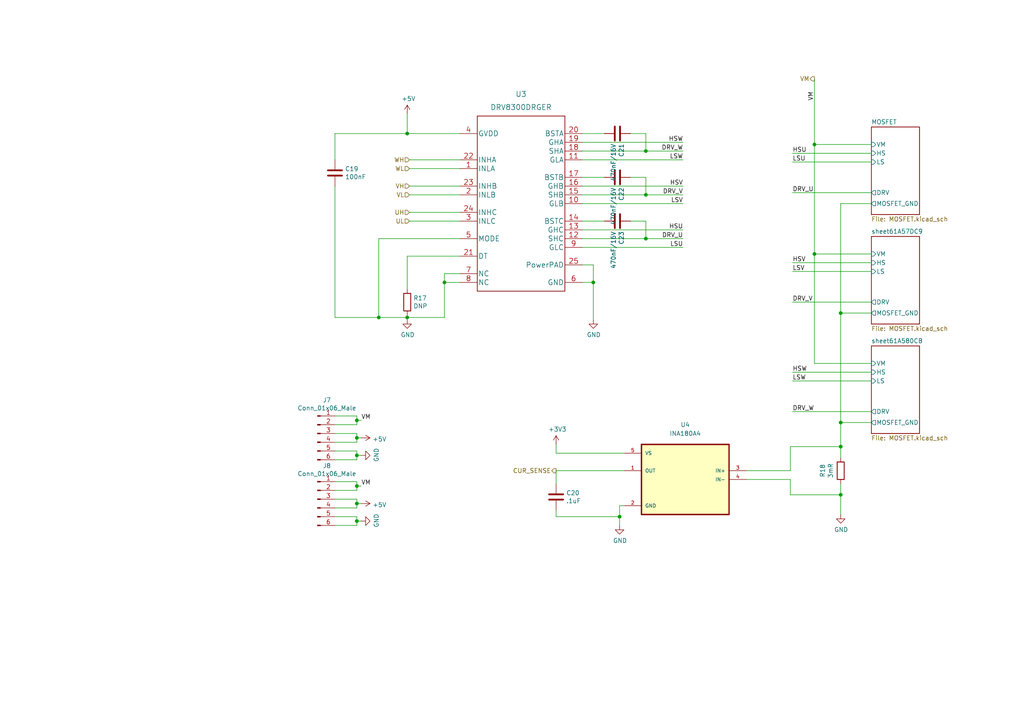
<source format=kicad_sch>
(kicad_sch (version 20211123) (generator eeschema)
  (paper "A4")
  (title_block (title "xESC BLDC Controller") (date "2021-12-01") (rev "2.0") (company "Clemens Elflein") (comment 1 "Creative Commons Attribution-NonCommercial-ShareAlike 4.0 International License.") (comment 2 "Licensed under "))
  (lib_symbols
    (symbol "Connector:Conn_01x06_Male" (pin_names (offset 1.016) hide)
      (property "Reference" "J" (at 0 7.62 0))
      (property "Value" "Conn_01x06_Male" (at 0 -10.16 0))
      (symbol "Conn_01x06_Male_1_1"
        (polyline (pts (xy 1.27 -7.62) (xy 0.8636 -7.62)) (stroke (width 0.1524)))
        (polyline (pts (xy 1.27 -5.08) (xy 0.8636 -5.08)) (stroke (width 0.1524)))
        (polyline (pts (xy 1.27 -2.54) (xy 0.8636 -2.54)) (stroke (width 0.1524)))
        (polyline (pts (xy 1.27 0) (xy 0.8636 0)) (stroke (width 0.1524)))
        (polyline (pts (xy 1.27 2.54) (xy 0.8636 2.54)) (stroke (width 0.1524)))
        (polyline (pts (xy 1.27 5.08) (xy 0.8636 5.08)) (stroke (width 0.1524)))
        (rectangle (start 0.8636 -7.493) (end 0 -7.747) (stroke (width 0.1524)) (fill (type outline)))
        (rectangle (start 0.8636 -4.953) (end 0 -5.207) (stroke (width 0.1524)) (fill (type outline)))
        (rectangle (start 0.8636 -2.413) (end 0 -2.667) (stroke (width 0.1524)) (fill (type outline)))
        (rectangle (start 0.8636 0.127) (end 0 -0.127) (stroke (width 0.1524)) (fill (type outline)))
        (rectangle (start 0.8636 2.667) (end 0 2.413) (stroke (width 0.1524)) (fill (type outline)))
        (rectangle (start 0.8636 5.207) (end 0 4.953) (stroke (width 0.1524)) (fill (type outline)))
        (pin passive line (at 5.08 5.08 180) (length 3.81) (name "Pin_1") (number "1"))
        (pin passive line (at 5.08 2.54 180) (length 3.81) (name "Pin_2") (number "2"))
        (pin passive line (at 5.08 0 180) (length 3.81) (name "Pin_3") (number "3"))
        (pin passive line (at 5.08 -2.54 180) (length 3.81) (name "Pin_4") (number "4"))
        (pin passive line (at 5.08 -5.08 180) (length 3.81) (name "Pin_5") (number "5"))
        (pin passive line (at 5.08 -7.62 180) (length 3.81) (name "Pin_6") (number "6"))
      )
    )
    (symbol "DRV8300:DRV8300DRGER" (pin_names (offset 0.254))
      (property "Reference" "U" (at 0 2.54 0))
      (property "Value" "DRV8300DRGER" (at 0 0 0))
      (symbol "DRV8300DRGER_1_1"
        (polyline (pts (xy 5.08 -45.72) (xy 30.48 -45.72)) (stroke (width 0.2032)))
        (polyline (pts (xy 5.08 5.08) (xy 5.08 -45.72)) (stroke (width 0.2032)))
        (polyline (pts (xy 30.48 -45.72) (xy 30.48 5.08)) (stroke (width 0.2032)))
        (polyline (pts (xy 30.48 5.08) (xy 5.08 5.08)) (stroke (width 0.2032)))
        (pin input line (at 0 -10.16 0) (length 5.08) (name "INLA") (number "1"))
        (pin output line (at 35.56 -20.32 180) (length 5.08) (name "GLB") (number "10"))
        (pin output line (at 35.56 -7.62 180) (length 5.08) (name "GLA") (number "11"))
        (pin input line (at 35.56 -30.48 180) (length 5.08) (name "SHC") (number "12"))
        (pin output line (at 35.56 -27.94 180) (length 5.08) (name "GHC") (number "13"))
        (pin output line (at 35.56 -25.4 180) (length 5.08) (name "BSTC") (number "14"))
        (pin input line (at 35.56 -17.78 180) (length 5.08) (name "SHB") (number "15"))
        (pin output line (at 35.56 -15.24 180) (length 5.08) (name "GHB") (number "16"))
        (pin output line (at 35.56 -12.7 180) (length 5.08) (name "BSTB") (number "17"))
        (pin input line (at 35.56 -5.08 180) (length 5.08) (name "SHA") (number "18"))
        (pin output line (at 35.56 -2.54 180) (length 5.08) (name "GHA") (number "19"))
        (pin input line (at 0 -17.78 0) (length 5.08) (name "INLB") (number "2"))
        (pin output line (at 35.56 0 180) (length 5.08) (name "BSTA") (number "20"))
        (pin input line (at 0 -35.56 0) (length 5.08) (name "DT") (number "21"))
        (pin input line (at 0 -7.62 0) (length 5.08) (name "INHA") (number "22"))
        (pin input line (at 0 -15.24 0) (length 5.08) (name "INHB") (number "23"))
        (pin input line (at 0 -22.86 0) (length 5.08) (name "INHC") (number "24"))
        (pin power_in line (at 35.56 -38.1 180) (length 5.08) (name "PowerPAD") (number "25"))
        (pin input line (at 0 -25.4 0) (length 5.08) (name "INLC") (number "3"))
        (pin power_in line (at 0 0 0) (length 5.08) (name "GVDD") (number "4"))
        (pin input line (at 0 -30.48 0) (length 5.08) (name "MODE") (number "5"))
        (pin power_in line (at 35.56 -43.18 180) (length 5.08) (name "GND") (number "6"))
        (pin unspecified line (at 0 -40.64 0) (length 5.08) (name "NC") (number "7"))
        (pin unspecified line (at 0 -43.18 0) (length 5.08) (name "NC") (number "8"))
        (pin output line (at 35.56 -33.02 180) (length 5.08) (name "GLC") (number "9"))
      )
    )
    (symbol "Device:C" (pin_numbers hide) (pin_names (offset 0.254))
      (property "Reference" "C" (at 0.635 2.54 0))
      (property "Value" "C" (at 0.635 -2.54 0))
      (symbol "C_0_1"
        (polyline (pts (xy -2.032 -0.762) (xy 2.032 -0.762)) (stroke (width 0.508)))
        (polyline (pts (xy -2.032 0.762) (xy 2.032 0.762)) (stroke (width 0.508)))
      )
      (symbol "C_1_1"
        (pin passive line (at 0 3.81 270) (length 2.794) (name "~") (number "1"))
        (pin passive line (at 0 -3.81 90) (length 2.794) (name "~") (number "2"))
      )
    )
    (symbol "Device:R" (pin_numbers hide) (pin_names (offset 0))
      (property "Reference" "R" (at 2.032 0 90))
      (property "Value" "R" (at 0 0 90))
      (symbol "R_0_1"
        (rectangle (start -1.016 -2.54) (end 1.016 2.54) (stroke (width 0.254)))
      )
      (symbol "R_1_1"
        (pin passive line (at 0 3.81 270) (length 1.27) (name "~") (number "1"))
        (pin passive line (at 0 -3.81 90) (length 1.27) (name "~") (number "2"))
      )
    )
    (symbol "INA180A3IDBVR:INA180A3IDBVR" (pin_names (offset 1.016))
      (property "Reference" "U" (at -12.7 11.1506 0))
      (property "Value" "INA180A3IDBVR" (at -12.7 -14.1478 0))
      (symbol "INA180A3IDBVR_0_0"
        (rectangle (start -12.7 -10.16) (end 12.7 10.16) (stroke (width 0.4064)) (fill (type background)))
        (pin output line (at 17.78 2.54 180) (length 5.08) (name "OUT") (number "1"))
        (pin power_in line (at 17.78 -7.62 180) (length 5.08) (name "GND") (number "2"))
        (pin input line (at -17.78 2.54 0) (length 5.08) (name "IN+") (number "3"))
        (pin input line (at -17.78 0 0) (length 5.08) (name "IN-") (number "4"))
        (pin power_in line (at 17.78 7.62 180) (length 5.08) (name "VS") (number "5"))
      )
    )
    (symbol "power:+3.3V" (power) (pin_names (offset 0))
      (property "Value" "+3.3V" (at 0 3.556 0))
      (symbol "+3.3V_0_1"
        (polyline (pts (xy -0.762 1.27) (xy 0 2.54)))
        (polyline (pts (xy 0 0) (xy 0 2.54)))
        (polyline (pts (xy 0 2.54) (xy 0.762 1.27)))
      )
      (symbol "+3.3V_1_1"
        (pin power_in line (at 0 0 90) (length 0) hide (name "+3V3") (number "1"))
      )
    )
    (symbol "power:+5V" (power) (pin_names (offset 0))
      (property "Value" "+5V" (at 0 3.556 0))
      (symbol "+5V_0_1"
        (polyline (pts (xy -0.762 1.27) (xy 0 2.54)))
        (polyline (pts (xy 0 0) (xy 0 2.54)))
        (polyline (pts (xy 0 2.54) (xy 0.762 1.27)))
      )
      (symbol "+5V_1_1"
        (pin power_in line (at 0 0 90) (length 0) hide (name "+5V") (number "1"))
      )
    )
    (symbol "power:GND" (power) (pin_names (offset 0))
      (property "Value" "GND" (at 0 -3.81 0))
      (symbol "GND_0_1"
        (polyline (pts (xy 0 0) (xy 0 -1.27) (xy 1.27 -1.27) (xy 0 -2.54) (xy -1.27 -1.27) (xy 0 -1.27)))
      )
      (symbol "GND_1_1"
        (pin power_in line (at 0 0 270) (length 0) hide (name "GND") (number "1"))
      )
    )
  )
  (junction (at 179.705 149.86))
  (junction (at 128.905 81.915))
  (junction (at 103.505 127))
  (junction (at 103.505 121.92))
  (junction (at 187.325 43.815))
  (junction (at 243.84 143.51))
  (junction (at 103.505 140.97))
  (junction (at 103.505 132.08))
  (junction (at 187.325 69.215))
  (junction (at 236.22 73.66))
  (junction (at 118.11 38.735))
  (junction (at 172.085 81.915))
  (junction (at 103.505 151.13))
  (junction (at 187.325 56.515))
  (junction (at 109.855 92.075))
  (junction (at 243.84 129.54))
  (junction (at 243.84 90.805))
  (junction (at 103.505 146.05))
  (junction (at 236.22 41.91))
  (junction (at 243.84 122.555))
  (junction (at 118.11 92.075))
  (wire (pts (xy 103.505 128.27) (xy 97.155 128.27)))
  (wire (pts (xy 103.505 127) (xy 104.775 127)))
  (wire (pts (xy 97.155 92.075) (xy 109.855 92.075)))
  (wire (pts (xy 168.91 56.515) (xy 187.325 56.515)))
  (wire (pts (xy 103.505 139.7) (xy 97.155 139.7)))
  (wire (pts (xy 236.22 22.86) (xy 236.22 41.91)))
  (wire (pts (xy 133.35 79.375) (xy 128.905 79.375)))
  (wire (pts (xy 168.91 81.915) (xy 172.085 81.915)))
  (wire (pts (xy 187.325 69.215) (xy 198.12 69.215)))
  (wire (pts (xy 252.73 46.99) (xy 229.87 46.99)))
  (wire (pts (xy 161.29 147.955) (xy 161.29 149.86)))
  (wire (pts (xy 180.975 146.685) (xy 179.705 146.685)))
  (wire (pts (xy 133.35 48.895) (xy 118.745 48.895)))
  (wire (pts (xy 236.22 41.91) (xy 236.22 73.66)))
  (wire (pts (xy 103.505 140.97) (xy 104.775 140.97)))
  (wire (pts (xy 109.855 69.215) (xy 133.35 69.215)))
  (wire (pts (xy 103.505 149.86) (xy 97.155 149.86)))
  (wire (pts (xy 179.705 149.86) (xy 179.705 152.4)))
  (wire (pts (xy 133.35 38.735) (xy 118.11 38.735)))
  (wire (pts (xy 103.505 140.97) (xy 103.505 139.7)))
  (wire (pts (xy 243.84 129.54) (xy 243.84 132.715)))
  (wire (pts (xy 103.505 147.32) (xy 97.155 147.32)))
  (wire (pts (xy 133.35 46.355) (xy 118.745 46.355)))
  (wire (pts (xy 236.22 73.66) (xy 252.73 73.66)))
  (wire (pts (xy 229.235 143.51) (xy 243.84 143.51)))
  (wire (pts (xy 103.505 121.92) (xy 104.775 121.92)))
  (wire (pts (xy 128.905 92.075) (xy 118.11 92.075)))
  (wire (pts (xy 161.29 136.525) (xy 161.29 140.335)))
  (wire (pts (xy 243.84 90.805) (xy 243.84 122.555)))
  (wire (pts (xy 168.91 51.435) (xy 175.26 51.435)))
  (wire (pts (xy 109.855 69.215) (xy 109.855 92.075)))
  (wire (pts (xy 103.505 132.08) (xy 104.775 132.08)))
  (wire (pts (xy 252.73 78.74) (xy 229.87 78.74)))
  (wire (pts (xy 229.235 139.065) (xy 229.235 143.51)))
  (wire (pts (xy 168.91 76.835) (xy 172.085 76.835)))
  (wire (pts (xy 168.91 43.815) (xy 187.325 43.815)))
  (wire (pts (xy 128.905 81.915) (xy 128.905 92.075)))
  (wire (pts (xy 103.505 130.81) (xy 97.155 130.81)))
  (wire (pts (xy 168.91 46.355) (xy 198.12 46.355)))
  (wire (pts (xy 229.235 129.54) (xy 243.84 129.54)))
  (wire (pts (xy 103.505 133.35) (xy 103.505 132.08)))
  (wire (pts (xy 172.085 81.915) (xy 172.085 92.71)))
  (wire (pts (xy 168.91 41.275) (xy 198.12 41.275)))
  (wire (pts (xy 236.22 41.91) (xy 252.73 41.91)))
  (wire (pts (xy 172.085 76.835) (xy 172.085 81.915)))
  (wire (pts (xy 97.155 125.73) (xy 103.505 125.73)))
  (wire (pts (xy 118.11 33.02) (xy 118.11 38.735)))
  (wire (pts (xy 252.73 119.38) (xy 229.87 119.38)))
  (wire (pts (xy 103.505 142.24) (xy 103.505 140.97)))
  (wire (pts (xy 97.155 46.355) (xy 97.155 38.735)))
  (wire (pts (xy 103.505 120.65) (xy 97.155 120.65)))
  (wire (pts (xy 103.505 146.05) (xy 104.775 146.05)))
  (wire (pts (xy 109.855 92.075) (xy 118.11 92.075)))
  (wire (pts (xy 103.505 127) (xy 103.505 128.27)))
  (wire (pts (xy 97.155 144.78) (xy 103.505 144.78)))
  (wire (pts (xy 97.155 133.35) (xy 103.505 133.35)))
  (wire (pts (xy 103.505 121.92) (xy 103.505 120.65)))
  (wire (pts (xy 103.505 144.78) (xy 103.505 146.05)))
  (wire (pts (xy 243.84 59.055) (xy 243.84 90.805)))
  (wire (pts (xy 180.975 136.525) (xy 161.29 136.525)))
  (wire (pts (xy 97.155 123.19) (xy 103.505 123.19)))
  (wire (pts (xy 133.35 61.595) (xy 118.745 61.595)))
  (wire (pts (xy 187.325 51.435) (xy 187.325 56.515)))
  (wire (pts (xy 128.905 79.375) (xy 128.905 81.915)))
  (wire (pts (xy 97.155 152.4) (xy 103.505 152.4)))
  (wire (pts (xy 161.29 149.86) (xy 179.705 149.86)))
  (wire (pts (xy 118.11 74.295) (xy 118.11 83.82)))
  (wire (pts (xy 118.11 91.44) (xy 118.11 92.075)))
  (wire (pts (xy 133.35 64.135) (xy 118.745 64.135)))
  (wire (pts (xy 168.91 69.215) (xy 187.325 69.215)))
  (wire (pts (xy 216.535 139.065) (xy 229.235 139.065)))
  (wire (pts (xy 128.905 81.915) (xy 133.35 81.915)))
  (wire (pts (xy 252.73 55.88) (xy 229.87 55.88)))
  (wire (pts (xy 168.91 66.675) (xy 198.12 66.675)))
  (wire (pts (xy 243.84 90.805) (xy 252.73 90.805)))
  (wire (pts (xy 103.505 132.08) (xy 103.505 130.81)))
  (wire (pts (xy 103.505 146.05) (xy 103.505 147.32)))
  (wire (pts (xy 133.35 74.295) (xy 118.11 74.295)))
  (wire (pts (xy 168.91 59.055) (xy 198.12 59.055)))
  (wire (pts (xy 180.975 131.445) (xy 161.29 131.445)))
  (wire (pts (xy 243.84 140.335) (xy 243.84 143.51)))
  (wire (pts (xy 252.73 44.45) (xy 229.87 44.45)))
  (wire (pts (xy 187.325 56.515) (xy 198.12 56.515)))
  (wire (pts (xy 97.155 142.24) (xy 103.505 142.24)))
  (wire (pts (xy 161.29 128.905) (xy 161.29 131.445)))
  (wire (pts (xy 236.22 73.66) (xy 236.22 105.41)))
  (wire (pts (xy 103.505 125.73) (xy 103.505 127)))
  (wire (pts (xy 103.505 151.13) (xy 104.775 151.13)))
  (wire (pts (xy 168.91 38.735) (xy 175.26 38.735)))
  (wire (pts (xy 187.325 64.135) (xy 187.325 69.215)))
  (wire (pts (xy 243.84 122.555) (xy 252.73 122.555)))
  (wire (pts (xy 97.155 38.735) (xy 118.11 38.735)))
  (wire (pts (xy 236.22 105.41) (xy 252.73 105.41)))
  (wire (pts (xy 252.73 87.63) (xy 229.87 87.63)))
  (wire (pts (xy 103.505 152.4) (xy 103.505 151.13)))
  (wire (pts (xy 182.88 64.135) (xy 187.325 64.135)))
  (wire (pts (xy 133.35 56.515) (xy 118.745 56.515)))
  (wire (pts (xy 252.73 76.2) (xy 229.87 76.2)))
  (wire (pts (xy 168.91 64.135) (xy 175.26 64.135)))
  (wire (pts (xy 103.505 123.19) (xy 103.505 121.92)))
  (wire (pts (xy 187.325 38.735) (xy 187.325 43.815)))
  (wire (pts (xy 252.73 107.95) (xy 229.87 107.95)))
  (wire (pts (xy 252.73 59.055) (xy 243.84 59.055)))
  (wire (pts (xy 168.91 53.975) (xy 198.12 53.975)))
  (wire (pts (xy 216.535 136.525) (xy 229.235 136.525)))
  (wire (pts (xy 182.88 38.735) (xy 187.325 38.735)))
  (wire (pts (xy 97.155 53.975) (xy 97.155 92.075)))
  (wire (pts (xy 243.84 122.555) (xy 243.84 129.54)))
  (wire (pts (xy 229.235 136.525) (xy 229.235 129.54)))
  (wire (pts (xy 133.35 53.975) (xy 118.745 53.975)))
  (wire (pts (xy 118.11 92.075) (xy 118.11 92.71)))
  (wire (pts (xy 243.84 143.51) (xy 243.84 149.225)))
  (wire (pts (xy 187.325 43.815) (xy 198.12 43.815)))
  (wire (pts (xy 252.73 110.49) (xy 229.87 110.49)))
  (wire (pts (xy 168.91 71.755) (xy 198.12 71.755)))
  (wire (pts (xy 103.505 151.13) (xy 103.505 149.86)))
  (wire (pts (xy 179.705 146.685) (xy 179.705 149.86)))
  (wire (pts (xy 182.88 51.435) (xy 187.325 51.435)))
  (label "LSU" (at 198.12 71.755 180))
  (label "DRV_V" (at 229.87 87.63 0))
  (label "HSV" (at 198.12 53.975 180))
  (label "HSW" (at 229.87 107.95 0))
  (label "HSU" (at 229.87 44.45 0))
  (label "VM" (at 104.775 121.92 0))
  (label "LSW" (at 198.12 46.355 180))
  (label "HSU" (at 198.12 66.675 180))
  (label "LSU" (at 229.87 46.99 0))
  (label "VM" (at 236.22 29.21 90))
  (label "LSV" (at 198.12 59.055 180))
  (label "DRV_U" (at 198.12 69.215 180))
  (label "DRV_V" (at 198.12 56.515 180))
  (label "LSV" (at 229.87 78.74 0))
  (label "HSV" (at 229.87 76.2 0))
  (label "LSW" (at 229.87 110.49 0))
  (label "HSW" (at 198.12 41.275 180))
  (label "DRV_U" (at 229.87 55.88 0))
  (label "DRV_W" (at 198.12 43.815 180))
  (label "VM" (at 104.775 140.97 0))
  (label "DRV_W" (at 229.87 119.38 0))
  (hierarchical_label "UL" (shape input) (at 118.745 64.135 180))
  (hierarchical_label "WL" (shape input) (at 118.745 48.895 180))
  (hierarchical_label "VM" (shape output) (at 236.22 22.86 180))
  (hierarchical_label "CUR_SENSE" (shape output) (at 161.29 136.525 180))
  (hierarchical_label "VL" (shape input) (at 118.745 56.515 180))
  (hierarchical_label "WH" (shape input) (at 118.745 46.355 180))
  (hierarchical_label "VH" (shape input) (at 118.745 53.975 180))
  (hierarchical_label "UH" (shape input) (at 118.745 61.595 180))
  (symbol (lib_id "Device:C") (at 179.07 38.735 270) (unit 1)
    (property "Reference" "C21" (at 180.2384 41.656 0) (effects (justify left)))
    (property "Value" "470nF{slash}16V" (at 177.927 41.656 0) (effects (justify left)))
    (property "Footprint" "Capacitor_SMD:C_0603_1608Metric" (effects hide))
    (property "Digikey" "1276-1062-1-ND" (effects hide))
    (property "Part Number" "CL10B474KO8NNNC" (effects hide))
    (property "Stock_PN" "C-603-.47uF-16V-X7R" (effects hide))
  )
  (symbol (lib_id "Device:C") (at 179.07 51.435 270) (unit 1)
    (property "Reference" "C22" (at 180.2384 54.356 0) (effects (justify left)))
    (property "Value" "470nF{slash}16V" (at 177.927 54.356 0) (effects (justify left)))
    (property "Footprint" "Capacitor_SMD:C_0603_1608Metric" (effects hide))
    (property "Digikey" "1276-1062-1-ND" (effects hide))
    (property "Part Number" "CL10B474KO8NNNC" (effects hide))
    (property "Stock_PN" "C-603-.47uF-16V-X7R" (effects hide))
  )
  (symbol (lib_id "Device:C") (at 179.07 64.135 270) (unit 1)
    (property "Reference" "C23" (at 180.2384 67.056 0) (effects (justify left)))
    (property "Value" "470nF{slash}16V" (at 177.927 67.056 0) (effects (justify left)))
    (property "Footprint" "Capacitor_SMD:C_0603_1608Metric" (effects hide))
    (property "Digikey" "1276-1062-1-ND" (effects hide))
    (property "Part Number" "CL10B474KO8NNNC" (effects hide))
    (property "Stock_PN" "C-603-.47uF-16V-X7R" (effects hide))
  )
  (symbol (lib_id "Device:C") (at 97.155 50.165 0) (unit 1)
    (property "Reference" "C19" (at 100.076 48.9966 0) (effects (justify left)))
    (property "Value" "100nF" (at 100.076 51.308 0) (effects (justify left)))
    (property "Footprint" "Capacitor_SMD:C_0603_1608Metric" (effects hide))
    (property "Digikey" "1276-6807-1-ND" (effects hide))
    (property "Part Number" "CL10B104KC8NNNC" (effects hide))
    (property "Stock_PN" "C-603-.1uF-100V-X7R" (effects hide))
  )
  (symbol (lib_id "power:GND") (at 104.775 132.08 90) (unit 1)
    (property "Reference" "#PWR024" (effects hide))
    (property "Value" "GND" (at 109.1692 131.953 0))
  )
  (symbol (lib_id "Connector:Conn_01x06_Male") (at 92.075 125.73 0) (unit 1)
    (property "Reference" "J7" (at 94.8182 116.0526 0))
    (property "Value" "Conn_01x06_Male" (at 94.8182 118.364 0))
    (property "Footprint" "Connector_PinHeader_2.54mm:PinHeader_1x06_P2.54mm_Vertical" (effects hide))
    (property "LCSC" "C2935912" (effects hide))
    (property "Part Number" "DZ254R-11-06-63" (effects hide))
    (property "Stock_PN" "J-TH-1x6-.1" (effects hide))
  )
  (symbol (lib_id "power:+5V") (at 104.775 127 270) (unit 1)
    (property "Reference" "#PWR023" (effects hide))
    (property "Value" "+5V" (at 108.0262 127.381 90) (effects (justify left)))
  )
  (symbol (lib_id "power:GND") (at 104.775 151.13 90) (unit 1)
    (property "Reference" "#PWR026" (effects hide))
    (property "Value" "GND" (at 109.1692 151.003 0))
  )
  (symbol (lib_id "Connector:Conn_01x06_Male") (at 92.075 144.78 0) (unit 1)
    (property "Reference" "J8" (at 94.8182 135.1026 0))
    (property "Value" "Conn_01x06_Male" (at 94.8182 137.414 0))
    (property "Footprint" "Connector_PinHeader_2.54mm:PinHeader_1x06_P2.54mm_Vertical" (effects hide))
    (property "LCSC" "C2935912" (effects hide))
    (property "Part Number" "DZ254R-11-06-63" (effects hide))
    (property "Stock_PN" "J-TH-1x6-.1" (effects hide))
  )
  (symbol (lib_id "power:+5V") (at 104.775 146.05 270) (unit 1)
    (property "Reference" "#PWR025" (effects hide))
    (property "Value" "+5V" (at 108.0262 146.431 90) (effects (justify left)))
  )
  (symbol (lib_id "power:+5V") (at 118.11 33.02 0) (unit 1)
    (property "Reference" "#PWR027" (effects hide))
    (property "Value" "+5V" (at 118.491 28.6258 0))
  )
  (symbol (lib_id "Device:R") (at 118.11 87.63 0) (unit 1)
    (property "Reference" "R17" (at 119.888 86.4616 0) (effects (justify left)))
    (property "Value" "DNP" (at 119.888 88.773 0) (effects (justify left)))
    (property "Footprint" "Resistor_SMD:R_0603_1608Metric" (effects hide))
    (property "Digikey" "311-10.0KHRCT-ND" (effects hide))
    (property "Part Number" "RC0603FR-0710KL" (effects hide))
    (property "Stock_PN" "R-603-10K-.1W-1%" (effects hide))
  )
  (symbol (lib_id "power:+3.3V") (at 161.29 128.905 0) (unit 1)
    (property "Reference" "#PWR029" (effects hide))
    (property "Value" "+3.3V" (at 161.671 124.5108 0))
  )
  (symbol (lib_id "power:GND") (at 172.085 92.71 0) (unit 1)
    (property "Reference" "#PWR030" (effects hide))
    (property "Value" "GND" (at 172.212 97.1042 0))
  )
  (symbol (lib_id "INA180A3IDBVR:INA180A3IDBVR") (at 198.755 139.065 0) (mirror y) (unit 1)
    (property "Reference" "U4" (at 198.755 123.19 0))
    (property "Value" "INA180A4" (at 198.755 125.73 0))
    (property "Footprint" "INA180:SOT95P280X145-5N" (effects hide))
    (property "Digikey" "296-47654-1-ND" (effects hide))
    (property "Part Number" "INA180A3IDBVR" (effects hide))
    (property "Stock_PN" "U-INA180A3IDBVR" (effects hide))
  )
  (symbol (lib_id "DRV8300:DRV8300DRGER") (at 133.35 38.735 0) (unit 1)
    (property "Reference" "U3" (at 151.13 27.305 0) (effects (font (size 1.524 1.524))))
    (property "Value" "DRV8300DRGER" (at 151.13 31.115 0) (effects (font (size 1.524 1.524))))
    (property "Footprint" "DRV8300:VQFN-24-1EP_4x4mm_P0.5mm_EP2.45x2.45mm" (effects hide))
    (property "Digikey" "296-DRV8300DRGERCT-ND" (effects hide))
    (property "Part Number" "DRV8300DRGER" (effects hide))
    (property "Stock_PN" "U-DRV8300DRGER" (effects hide))
  )
  (symbol (lib_id "power:GND") (at 243.84 149.225 0) (unit 1)
    (property "Reference" "#PWR032" (effects hide))
    (property "Value" "GND" (at 243.967 153.6192 0))
  )
  (symbol (lib_id "Device:C") (at 161.29 144.145 0) (unit 1)
    (property "Reference" "C20" (at 164.211 142.9766 0) (effects (justify left)))
    (property "Value" ".1uF" (at 164.211 145.288 0) (effects (justify left)))
    (property "Footprint" "Capacitor_SMD:C_0603_1608Metric" (effects hide))
    (property "Digikey" "1276-1935-1-ND" (effects hide))
    (property "Part Number" "CL10B104KC8NNNC" (effects hide))
    (property "Stock_PN" "C-603-.1uF-100V-X7R" (effects hide))
  )
  (symbol (lib_id "Device:R") (at 243.84 136.525 0) (unit 1)
    (property "Reference" "R18" (at 238.5822 136.525 90))
    (property "Value" "3mR" (at 240.8936 136.525 90))
    (property "Footprint" "Resistor_SMD:R_2512_6332Metric" (effects hide))
    (property "LCSC" "C2889862" (effects hide))
    (property "Stock_PN" "R-2512-.003-3W-5%" (effects hide))
    (property "Part Number" "ARD2512GJR003" (effects hide))
    (property "Digikey" "1712-TLRP3A30DR003FTDGCT-ND" (effects hide))
  )
  (symbol (lib_id "power:GND") (at 179.705 152.4 0) (unit 1)
    (property "Reference" "#PWR031" (effects hide))
    (property "Value" "GND" (at 179.832 156.7942 0))
  )
  (symbol (lib_id "power:GND") (at 118.11 92.71 0) (unit 1)
    (property "Reference" "#PWR028" (effects hide))
    (property "Value" "GND" (at 118.237 97.1042 0))
  )
  (sheet (at 252.73 36.83) (size 13.97 25.4)
    (property "Sheet name" "MOSFET" (at 252.73 36.1184 0) (effects (justify left bottom)))
    (property "Sheet file" "MOSFET.kicad_sch" (at 252.73 62.8146 0) (effects (justify left top)))
    (pin "VM" input (at 252.73 41.91 180))
    (pin "HS" input (at 252.73 44.45 180))
    (pin "LS" input (at 252.73 46.99 180))
    (pin "DRV" output (at 252.73 55.88 180))
    (pin "MOSFET_GND" output (at 252.73 59.055 180))
  )
  (sheet (at 252.73 68.58) (size 13.97 25.4)
    (property "Sheet name" "sheet61A57DC9" (at 252.73 67.8684 0) (effects (justify left bottom)))
    (property "Sheet file" "MOSFET.kicad_sch" (at 252.73 94.5646 0) (effects (justify left top)))
    (pin "VM" input (at 252.73 73.66 180))
    (pin "HS" input (at 252.73 76.2 180))
    (pin "LS" input (at 252.73 78.74 180))
    (pin "DRV" output (at 252.73 87.63 180))
    (pin "MOSFET_GND" output (at 252.73 90.805 180))
  )
  (sheet (at 252.73 100.33) (size 13.97 25.4)
    (property "Sheet name" "sheet61A580CB" (at 252.73 99.6184 0) (effects (justify left bottom)))
    (property "Sheet file" "MOSFET.kicad_sch" (at 252.73 126.3146 0) (effects (justify left top)))
    (pin "VM" input (at 252.73 105.41 180))
    (pin "HS" input (at 252.73 107.95 180))
    (pin "LS" input (at 252.73 110.49 180))
    (pin "DRV" output (at 252.73 119.38 180))
    (pin "MOSFET_GND" output (at 252.73 122.555 180))
  )
)
</source>
